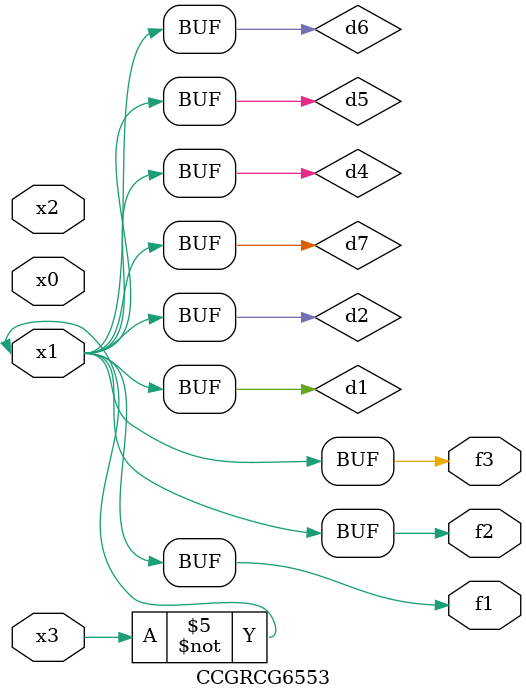
<source format=v>
module CCGRCG6553(
	input x0, x1, x2, x3,
	output f1, f2, f3
);

	wire d1, d2, d3, d4, d5, d6, d7;

	not (d1, x3);
	buf (d2, x1);
	xnor (d3, d1, d2);
	nor (d4, d1);
	buf (d5, d1, d2);
	buf (d6, d4, d5);
	nand (d7, d4);
	assign f1 = d6;
	assign f2 = d7;
	assign f3 = d6;
endmodule

</source>
